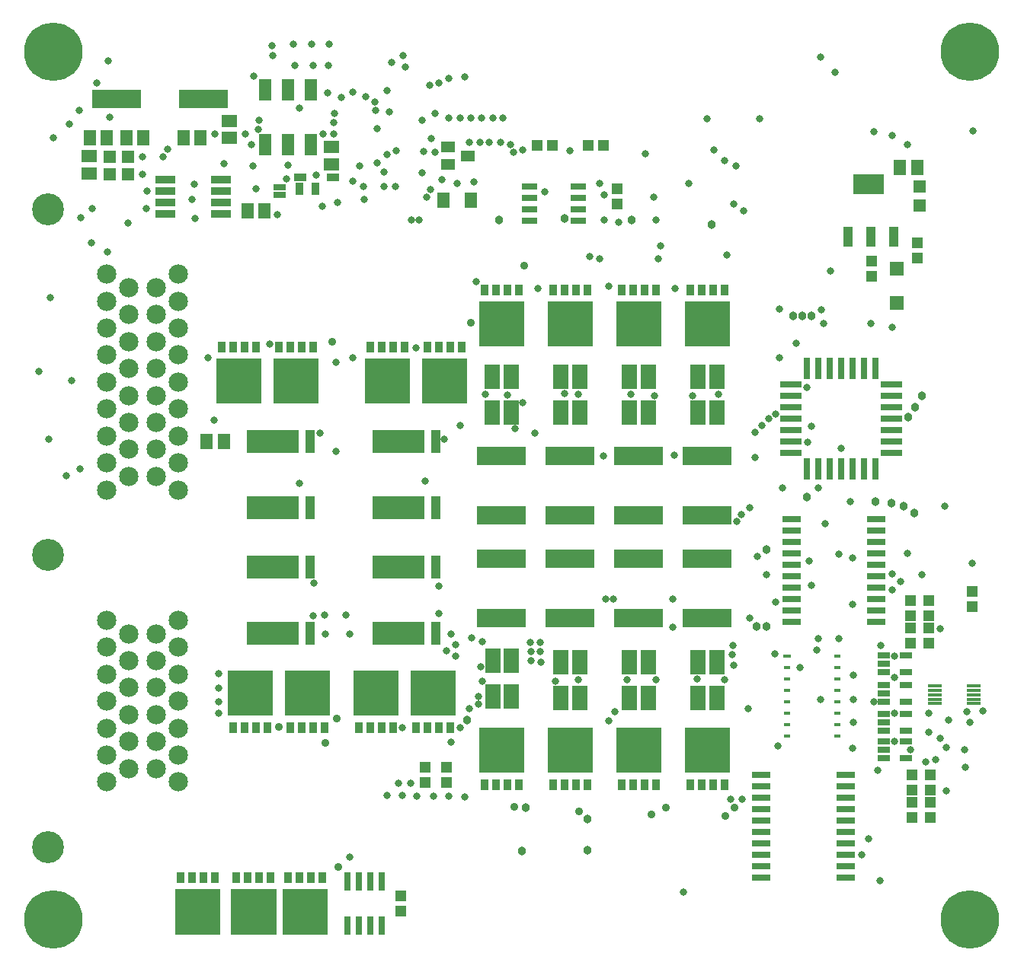
<source format=gts>
G75*
%MOIN*%
%OFA0B0*%
%FSLAX25Y25*%
%IPPOS*%
%LPD*%
%AMOC8*
5,1,8,0,0,1.08239X$1,22.5*
%
%ADD10R,0.05718X0.06506*%
%ADD11R,0.03750X0.05324*%
%ADD12R,0.06506X0.05718*%
%ADD13R,0.05324X0.03356*%
%ADD14R,0.06112X0.06112*%
%ADD15R,0.21466X0.08474*%
%ADD16C,0.25600*%
%ADD17R,0.05600X0.09183*%
%ADD18R,0.08600X0.03200*%
%ADD19R,0.05324X0.06899*%
%ADD20R,0.05324X0.05324*%
%ADD21R,0.03356X0.05128*%
%ADD22R,0.03300X0.03300*%
%ADD23R,0.19199X0.19200*%
%ADD24R,0.21600X0.08200*%
%ADD25R,0.04931X0.04537*%
%ADD26R,0.22600X0.10200*%
%ADD27R,0.04100X0.10200*%
%ADD28R,0.05600X0.03100*%
%ADD29R,0.06702X0.10639*%
%ADD30R,0.03000X0.01800*%
%ADD31R,0.03750X0.01800*%
%ADD32R,0.02962X0.09261*%
%ADD33R,0.09261X0.02962*%
%ADD34R,0.06112X0.04537*%
%ADD35C,0.08474*%
%ADD36C,0.13986*%
%ADD37R,0.08400X0.02700*%
%ADD38R,0.05400X0.02600*%
%ADD39R,0.06200X0.01800*%
%ADD40R,0.02700X0.08400*%
%ADD41R,0.13395X0.09065*%
%ADD42R,0.04340X0.09065*%
%ADD43R,0.04537X0.04931*%
%ADD44R,0.06702X0.02962*%
%ADD45C,0.03301*%
%ADD46C,0.03300*%
%ADD47C,0.03500*%
%ADD48C,0.03800*%
D10*
X0117924Y0295823D03*
X0125404Y0295823D03*
X0135674Y0396823D03*
X0143154Y0396823D03*
X0115154Y0428823D03*
X0107674Y0428823D03*
X0090154Y0428823D03*
X0082674Y0428823D03*
X0074154Y0428823D03*
X0066674Y0428823D03*
X0421174Y0415823D03*
X0428654Y0415823D03*
D11*
X0165457Y0406323D03*
X0158371Y0406323D03*
D12*
X0172414Y0417083D03*
X0172414Y0424563D03*
X0127914Y0428583D03*
X0127914Y0436063D03*
X0066414Y0420563D03*
X0066414Y0413083D03*
D13*
X0158630Y0411323D03*
X0173197Y0411323D03*
D14*
X0419914Y0371303D03*
X0419914Y0356343D03*
D15*
X0336914Y0289315D03*
X0306914Y0289315D03*
X0276914Y0289315D03*
X0276914Y0263331D03*
X0276914Y0244315D03*
X0306914Y0244315D03*
X0306914Y0263331D03*
X0336914Y0263331D03*
X0336914Y0244315D03*
X0336914Y0218331D03*
X0306914Y0218331D03*
X0276914Y0218331D03*
X0246914Y0218331D03*
X0246914Y0244315D03*
X0246914Y0263331D03*
X0246914Y0289315D03*
D16*
X0050914Y0086323D03*
X0451914Y0086323D03*
X0451914Y0466323D03*
X0050914Y0466323D03*
D17*
X0143414Y0449831D03*
X0153414Y0449831D03*
X0163414Y0449831D03*
X0163414Y0425815D03*
X0153414Y0425815D03*
X0143414Y0425815D03*
D18*
X0124014Y0410323D03*
X0124014Y0405323D03*
X0124014Y0400323D03*
X0124014Y0395323D03*
X0099814Y0395323D03*
X0099814Y0400323D03*
X0099814Y0405323D03*
X0099814Y0410323D03*
D19*
X0221508Y0401323D03*
X0233319Y0401323D03*
D20*
X0083548Y0412823D03*
X0075280Y0412823D03*
X0075280Y0420323D03*
X0083548Y0420323D03*
X0429914Y0407457D03*
X0429914Y0399189D03*
D21*
X0344414Y0362150D03*
X0339414Y0362150D03*
X0334414Y0362150D03*
X0329414Y0362150D03*
X0314414Y0362150D03*
X0309414Y0362150D03*
X0304414Y0362150D03*
X0299414Y0362150D03*
X0284414Y0362150D03*
X0279414Y0362150D03*
X0274414Y0362150D03*
X0269414Y0362150D03*
X0254414Y0362150D03*
X0249414Y0362150D03*
X0244414Y0362150D03*
X0239414Y0362150D03*
X0229414Y0337150D03*
X0224414Y0337150D03*
X0219414Y0337150D03*
X0214414Y0337150D03*
X0204414Y0337150D03*
X0199414Y0337150D03*
X0194414Y0337150D03*
X0189414Y0337150D03*
X0164414Y0337150D03*
X0159414Y0337150D03*
X0154414Y0337150D03*
X0149414Y0337150D03*
X0139414Y0337150D03*
X0134414Y0337150D03*
X0129414Y0337150D03*
X0124414Y0337150D03*
X0129414Y0170496D03*
X0134414Y0170496D03*
X0139414Y0170496D03*
X0144414Y0170496D03*
X0154414Y0170496D03*
X0159414Y0170496D03*
X0164414Y0170496D03*
X0169414Y0170496D03*
X0184414Y0170496D03*
X0189414Y0170496D03*
X0194414Y0170496D03*
X0199414Y0170496D03*
X0209414Y0170496D03*
X0214414Y0170496D03*
X0219414Y0170496D03*
X0224414Y0170496D03*
X0239414Y0145496D03*
X0244414Y0145496D03*
X0249414Y0145496D03*
X0254414Y0145496D03*
X0269414Y0145496D03*
X0274414Y0145496D03*
X0279414Y0145496D03*
X0284414Y0145496D03*
X0299414Y0145496D03*
X0304414Y0145496D03*
X0309414Y0145496D03*
X0314414Y0145496D03*
X0329414Y0145496D03*
X0334414Y0145496D03*
X0339414Y0145496D03*
X0344414Y0145496D03*
X0168414Y0104650D03*
X0163414Y0104650D03*
X0158414Y0104650D03*
X0153414Y0104650D03*
X0145914Y0104650D03*
X0140914Y0104650D03*
X0135914Y0104650D03*
X0130914Y0104650D03*
X0121414Y0104650D03*
X0116414Y0104650D03*
X0111414Y0104650D03*
X0106414Y0104650D03*
D22*
X0105714Y0097923D03*
X0108448Y0097923D03*
X0111181Y0097923D03*
X0113914Y0097923D03*
X0116647Y0097923D03*
X0119380Y0097923D03*
X0122114Y0097923D03*
X0122114Y0095189D03*
X0122114Y0092457D03*
X0119380Y0092457D03*
X0119380Y0095189D03*
X0116647Y0095189D03*
X0116647Y0092457D03*
X0113914Y0092457D03*
X0113914Y0095189D03*
X0111181Y0095189D03*
X0111181Y0092457D03*
X0108448Y0092457D03*
X0108448Y0095189D03*
X0105714Y0095189D03*
X0105714Y0092457D03*
X0105714Y0089723D03*
X0105714Y0086990D03*
X0105714Y0084257D03*
X0108448Y0084257D03*
X0108448Y0086990D03*
X0108448Y0089723D03*
X0111181Y0089723D03*
X0113914Y0089723D03*
X0116647Y0089723D03*
X0119380Y0089723D03*
X0119380Y0086990D03*
X0116647Y0086990D03*
X0113914Y0086990D03*
X0111181Y0086990D03*
X0111181Y0084257D03*
X0113914Y0084257D03*
X0116647Y0084257D03*
X0119380Y0084257D03*
X0122114Y0084257D03*
X0122114Y0086990D03*
X0122114Y0089723D03*
X0130214Y0089723D03*
X0130214Y0086990D03*
X0130214Y0084257D03*
X0132948Y0084257D03*
X0132948Y0086990D03*
X0132948Y0089723D03*
X0135681Y0089723D03*
X0138414Y0089723D03*
X0141147Y0089723D03*
X0143880Y0089723D03*
X0143880Y0086990D03*
X0141147Y0086990D03*
X0138414Y0086990D03*
X0135681Y0086990D03*
X0135681Y0084257D03*
X0138414Y0084257D03*
X0141147Y0084257D03*
X0143880Y0084257D03*
X0146614Y0084257D03*
X0146614Y0086990D03*
X0146614Y0089723D03*
X0146614Y0092457D03*
X0146614Y0095189D03*
X0146614Y0097923D03*
X0143880Y0097923D03*
X0141147Y0097923D03*
X0138414Y0097923D03*
X0135681Y0097923D03*
X0132948Y0097923D03*
X0130214Y0097923D03*
X0130214Y0095189D03*
X0130214Y0092457D03*
X0132948Y0092457D03*
X0132948Y0095189D03*
X0135681Y0095189D03*
X0135681Y0092457D03*
X0138414Y0092457D03*
X0138414Y0095189D03*
X0141147Y0095189D03*
X0141147Y0092457D03*
X0143880Y0092457D03*
X0143880Y0095189D03*
X0152714Y0095189D03*
X0152714Y0092457D03*
X0155448Y0092457D03*
X0155448Y0095189D03*
X0158181Y0095189D03*
X0158181Y0092457D03*
X0160914Y0092457D03*
X0160914Y0095189D03*
X0163647Y0095189D03*
X0163647Y0092457D03*
X0166380Y0092457D03*
X0166380Y0095189D03*
X0166380Y0097923D03*
X0163647Y0097923D03*
X0160914Y0097923D03*
X0158181Y0097923D03*
X0155448Y0097923D03*
X0152714Y0097923D03*
X0152714Y0089723D03*
X0152714Y0086990D03*
X0152714Y0084257D03*
X0155448Y0084257D03*
X0155448Y0086990D03*
X0155448Y0089723D03*
X0158181Y0089723D03*
X0160914Y0089723D03*
X0163647Y0089723D03*
X0166380Y0089723D03*
X0166380Y0086990D03*
X0163647Y0086990D03*
X0160914Y0086990D03*
X0158181Y0086990D03*
X0158181Y0084257D03*
X0160914Y0084257D03*
X0163647Y0084257D03*
X0166380Y0084257D03*
X0169114Y0084257D03*
X0169114Y0086990D03*
X0169114Y0089723D03*
X0169114Y0092457D03*
X0169114Y0095189D03*
X0169114Y0097923D03*
X0169114Y0081523D03*
X0166380Y0081523D03*
X0163647Y0081523D03*
X0160914Y0081523D03*
X0158181Y0081523D03*
X0155448Y0081523D03*
X0152714Y0081523D03*
X0146614Y0081523D03*
X0143880Y0081523D03*
X0141147Y0081523D03*
X0138414Y0081523D03*
X0135681Y0081523D03*
X0132948Y0081523D03*
X0130214Y0081523D03*
X0122114Y0081523D03*
X0119380Y0081523D03*
X0116647Y0081523D03*
X0113914Y0081523D03*
X0111181Y0081523D03*
X0108448Y0081523D03*
X0105714Y0081523D03*
X0128714Y0177223D03*
X0128714Y0179957D03*
X0128714Y0182689D03*
X0128714Y0185423D03*
X0128714Y0188156D03*
X0128714Y0190889D03*
X0128714Y0193623D03*
X0131448Y0193623D03*
X0134181Y0193623D03*
X0136914Y0193623D03*
X0139647Y0193623D03*
X0142380Y0193623D03*
X0145114Y0193623D03*
X0145114Y0190889D03*
X0145114Y0188156D03*
X0145114Y0185423D03*
X0142380Y0185423D03*
X0142380Y0188156D03*
X0142380Y0190889D03*
X0139647Y0190889D03*
X0136914Y0190889D03*
X0134181Y0190889D03*
X0131448Y0190889D03*
X0131448Y0188156D03*
X0134181Y0188156D03*
X0136914Y0188156D03*
X0139647Y0188156D03*
X0139647Y0185423D03*
X0136914Y0185423D03*
X0134181Y0185423D03*
X0131448Y0185423D03*
X0131448Y0182689D03*
X0131448Y0179957D03*
X0134181Y0179957D03*
X0134181Y0182689D03*
X0136914Y0182689D03*
X0136914Y0179957D03*
X0139647Y0179957D03*
X0139647Y0182689D03*
X0142380Y0182689D03*
X0142380Y0179957D03*
X0145114Y0179957D03*
X0145114Y0182689D03*
X0145114Y0177223D03*
X0142380Y0177223D03*
X0139647Y0177223D03*
X0136914Y0177223D03*
X0134181Y0177223D03*
X0131448Y0177223D03*
X0153714Y0177223D03*
X0153714Y0179957D03*
X0153714Y0182689D03*
X0153714Y0185423D03*
X0153714Y0188156D03*
X0153714Y0190889D03*
X0153714Y0193623D03*
X0156448Y0193623D03*
X0159181Y0193623D03*
X0161914Y0193623D03*
X0164647Y0193623D03*
X0167380Y0193623D03*
X0170114Y0193623D03*
X0170114Y0190889D03*
X0170114Y0188156D03*
X0170114Y0185423D03*
X0167380Y0185423D03*
X0167380Y0188156D03*
X0167380Y0190889D03*
X0164647Y0190889D03*
X0161914Y0190889D03*
X0159181Y0190889D03*
X0156448Y0190889D03*
X0156448Y0188156D03*
X0159181Y0188156D03*
X0161914Y0188156D03*
X0164647Y0188156D03*
X0164647Y0185423D03*
X0161914Y0185423D03*
X0159181Y0185423D03*
X0156448Y0185423D03*
X0156448Y0182689D03*
X0156448Y0179957D03*
X0159181Y0179957D03*
X0159181Y0182689D03*
X0161914Y0182689D03*
X0161914Y0179957D03*
X0164647Y0179957D03*
X0164647Y0182689D03*
X0167380Y0182689D03*
X0167380Y0179957D03*
X0170114Y0179957D03*
X0170114Y0182689D03*
X0170114Y0177223D03*
X0167380Y0177223D03*
X0164647Y0177223D03*
X0161914Y0177223D03*
X0159181Y0177223D03*
X0156448Y0177223D03*
X0183714Y0177223D03*
X0183714Y0179957D03*
X0183714Y0182689D03*
X0183714Y0185423D03*
X0183714Y0188156D03*
X0183714Y0190889D03*
X0183714Y0193623D03*
X0186448Y0193623D03*
X0189181Y0193623D03*
X0191914Y0193623D03*
X0194647Y0193623D03*
X0197380Y0193623D03*
X0200114Y0193623D03*
X0200114Y0190889D03*
X0200114Y0188156D03*
X0200114Y0185423D03*
X0197380Y0185423D03*
X0197380Y0188156D03*
X0197380Y0190889D03*
X0194647Y0190889D03*
X0191914Y0190889D03*
X0189181Y0190889D03*
X0186448Y0190889D03*
X0186448Y0188156D03*
X0189181Y0188156D03*
X0191914Y0188156D03*
X0194647Y0188156D03*
X0194647Y0185423D03*
X0191914Y0185423D03*
X0189181Y0185423D03*
X0186448Y0185423D03*
X0186448Y0182689D03*
X0186448Y0179957D03*
X0189181Y0179957D03*
X0189181Y0182689D03*
X0191914Y0182689D03*
X0191914Y0179957D03*
X0194647Y0179957D03*
X0194647Y0182689D03*
X0197380Y0182689D03*
X0197380Y0179957D03*
X0200114Y0179957D03*
X0200114Y0182689D03*
X0200114Y0177223D03*
X0197380Y0177223D03*
X0194647Y0177223D03*
X0191914Y0177223D03*
X0189181Y0177223D03*
X0186448Y0177223D03*
X0208714Y0177223D03*
X0208714Y0179957D03*
X0208714Y0182689D03*
X0208714Y0185423D03*
X0208714Y0188156D03*
X0208714Y0190889D03*
X0208714Y0193623D03*
X0211448Y0193623D03*
X0214181Y0193623D03*
X0216914Y0193623D03*
X0219647Y0193623D03*
X0222380Y0193623D03*
X0225114Y0193623D03*
X0225114Y0190889D03*
X0225114Y0188156D03*
X0225114Y0185423D03*
X0222380Y0185423D03*
X0222380Y0188156D03*
X0222380Y0190889D03*
X0219647Y0190889D03*
X0216914Y0190889D03*
X0214181Y0190889D03*
X0211448Y0190889D03*
X0211448Y0188156D03*
X0214181Y0188156D03*
X0216914Y0188156D03*
X0219647Y0188156D03*
X0219647Y0185423D03*
X0216914Y0185423D03*
X0214181Y0185423D03*
X0211448Y0185423D03*
X0211448Y0182689D03*
X0211448Y0179957D03*
X0214181Y0179957D03*
X0214181Y0182689D03*
X0216914Y0182689D03*
X0216914Y0179957D03*
X0219647Y0179957D03*
X0219647Y0182689D03*
X0222380Y0182689D03*
X0222380Y0179957D03*
X0225114Y0179957D03*
X0225114Y0182689D03*
X0225114Y0177223D03*
X0222380Y0177223D03*
X0219647Y0177223D03*
X0216914Y0177223D03*
X0214181Y0177223D03*
X0211448Y0177223D03*
X0238714Y0168623D03*
X0241448Y0168623D03*
X0244181Y0168623D03*
X0246914Y0168623D03*
X0249647Y0168623D03*
X0252380Y0168623D03*
X0255114Y0168623D03*
X0255114Y0165889D03*
X0255114Y0163156D03*
X0255114Y0160423D03*
X0252380Y0160423D03*
X0252380Y0163156D03*
X0252380Y0165889D03*
X0249647Y0165889D03*
X0246914Y0165889D03*
X0244181Y0165889D03*
X0241448Y0165889D03*
X0241448Y0163156D03*
X0244181Y0163156D03*
X0246914Y0163156D03*
X0249647Y0163156D03*
X0249647Y0160423D03*
X0246914Y0160423D03*
X0244181Y0160423D03*
X0241448Y0160423D03*
X0238714Y0160423D03*
X0238714Y0163156D03*
X0238714Y0165889D03*
X0238714Y0157689D03*
X0238714Y0154957D03*
X0241448Y0154957D03*
X0241448Y0157689D03*
X0244181Y0157689D03*
X0244181Y0154957D03*
X0246914Y0154957D03*
X0246914Y0157689D03*
X0249647Y0157689D03*
X0249647Y0154957D03*
X0252380Y0154957D03*
X0252380Y0157689D03*
X0255114Y0157689D03*
X0255114Y0154957D03*
X0255114Y0152223D03*
X0252380Y0152223D03*
X0249647Y0152223D03*
X0246914Y0152223D03*
X0244181Y0152223D03*
X0241448Y0152223D03*
X0238714Y0152223D03*
X0268714Y0152223D03*
X0268714Y0154957D03*
X0268714Y0157689D03*
X0268714Y0160423D03*
X0268714Y0163156D03*
X0268714Y0165889D03*
X0268714Y0168623D03*
X0271448Y0168623D03*
X0274181Y0168623D03*
X0276914Y0168623D03*
X0279647Y0168623D03*
X0282380Y0168623D03*
X0285114Y0168623D03*
X0285114Y0165889D03*
X0285114Y0163156D03*
X0285114Y0160423D03*
X0282380Y0160423D03*
X0282380Y0163156D03*
X0282380Y0165889D03*
X0279647Y0165889D03*
X0276914Y0165889D03*
X0274181Y0165889D03*
X0271448Y0165889D03*
X0271448Y0163156D03*
X0274181Y0163156D03*
X0276914Y0163156D03*
X0279647Y0163156D03*
X0279647Y0160423D03*
X0276914Y0160423D03*
X0274181Y0160423D03*
X0271448Y0160423D03*
X0271448Y0157689D03*
X0271448Y0154957D03*
X0274181Y0154957D03*
X0274181Y0157689D03*
X0276914Y0157689D03*
X0276914Y0154957D03*
X0279647Y0154957D03*
X0279647Y0157689D03*
X0282380Y0157689D03*
X0282380Y0154957D03*
X0285114Y0154957D03*
X0285114Y0157689D03*
X0285114Y0152223D03*
X0282380Y0152223D03*
X0279647Y0152223D03*
X0276914Y0152223D03*
X0274181Y0152223D03*
X0271448Y0152223D03*
X0298714Y0152223D03*
X0298714Y0154957D03*
X0298714Y0157689D03*
X0298714Y0160423D03*
X0298714Y0163156D03*
X0298714Y0165889D03*
X0298714Y0168623D03*
X0301448Y0168623D03*
X0304181Y0168623D03*
X0306914Y0168623D03*
X0309647Y0168623D03*
X0312380Y0168623D03*
X0315114Y0168623D03*
X0315114Y0165889D03*
X0315114Y0163156D03*
X0315114Y0160423D03*
X0312380Y0160423D03*
X0312380Y0163156D03*
X0312380Y0165889D03*
X0309647Y0165889D03*
X0306914Y0165889D03*
X0304181Y0165889D03*
X0301448Y0165889D03*
X0301448Y0163156D03*
X0304181Y0163156D03*
X0306914Y0163156D03*
X0309647Y0163156D03*
X0309647Y0160423D03*
X0306914Y0160423D03*
X0304181Y0160423D03*
X0301448Y0160423D03*
X0301448Y0157689D03*
X0301448Y0154957D03*
X0304181Y0154957D03*
X0304181Y0157689D03*
X0306914Y0157689D03*
X0306914Y0154957D03*
X0309647Y0154957D03*
X0309647Y0157689D03*
X0312380Y0157689D03*
X0312380Y0154957D03*
X0315114Y0154957D03*
X0315114Y0157689D03*
X0315114Y0152223D03*
X0312380Y0152223D03*
X0309647Y0152223D03*
X0306914Y0152223D03*
X0304181Y0152223D03*
X0301448Y0152223D03*
X0328714Y0152223D03*
X0328714Y0154957D03*
X0328714Y0157689D03*
X0328714Y0160423D03*
X0328714Y0163156D03*
X0328714Y0165889D03*
X0328714Y0168623D03*
X0331448Y0168623D03*
X0334181Y0168623D03*
X0336914Y0168623D03*
X0339647Y0168623D03*
X0342380Y0168623D03*
X0345114Y0168623D03*
X0345114Y0165889D03*
X0345114Y0163156D03*
X0345114Y0160423D03*
X0342380Y0160423D03*
X0342380Y0163156D03*
X0342380Y0165889D03*
X0339647Y0165889D03*
X0336914Y0165889D03*
X0334181Y0165889D03*
X0331448Y0165889D03*
X0331448Y0163156D03*
X0334181Y0163156D03*
X0336914Y0163156D03*
X0339647Y0163156D03*
X0339647Y0160423D03*
X0336914Y0160423D03*
X0334181Y0160423D03*
X0331448Y0160423D03*
X0331448Y0157689D03*
X0331448Y0154957D03*
X0334181Y0154957D03*
X0334181Y0157689D03*
X0336914Y0157689D03*
X0336914Y0154957D03*
X0339647Y0154957D03*
X0339647Y0157689D03*
X0342380Y0157689D03*
X0342380Y0154957D03*
X0345114Y0154957D03*
X0345114Y0157689D03*
X0345114Y0152223D03*
X0342380Y0152223D03*
X0339647Y0152223D03*
X0336914Y0152223D03*
X0334181Y0152223D03*
X0331448Y0152223D03*
X0230114Y0314023D03*
X0230114Y0316757D03*
X0230114Y0319490D03*
X0230114Y0322223D03*
X0230114Y0324957D03*
X0230114Y0327689D03*
X0230114Y0330423D03*
X0227380Y0330423D03*
X0224647Y0330423D03*
X0221914Y0330423D03*
X0219181Y0330423D03*
X0216448Y0330423D03*
X0213714Y0330423D03*
X0213714Y0327689D03*
X0213714Y0324957D03*
X0216448Y0324957D03*
X0216448Y0327689D03*
X0219181Y0327689D03*
X0219181Y0324957D03*
X0221914Y0324957D03*
X0221914Y0327689D03*
X0224647Y0327689D03*
X0224647Y0324957D03*
X0227380Y0324957D03*
X0227380Y0327689D03*
X0227380Y0322223D03*
X0224647Y0322223D03*
X0221914Y0322223D03*
X0219181Y0322223D03*
X0216448Y0322223D03*
X0216448Y0319490D03*
X0219181Y0319490D03*
X0221914Y0319490D03*
X0224647Y0319490D03*
X0227380Y0319490D03*
X0227380Y0316757D03*
X0224647Y0316757D03*
X0221914Y0316757D03*
X0219181Y0316757D03*
X0216448Y0316757D03*
X0213714Y0316757D03*
X0213714Y0319490D03*
X0213714Y0322223D03*
X0205114Y0322223D03*
X0205114Y0319490D03*
X0205114Y0316757D03*
X0202380Y0316757D03*
X0202380Y0319490D03*
X0202380Y0322223D03*
X0199647Y0322223D03*
X0196914Y0322223D03*
X0194181Y0322223D03*
X0191448Y0322223D03*
X0191448Y0319490D03*
X0194181Y0319490D03*
X0196914Y0319490D03*
X0199647Y0319490D03*
X0199647Y0316757D03*
X0196914Y0316757D03*
X0194181Y0316757D03*
X0191448Y0316757D03*
X0188714Y0316757D03*
X0188714Y0319490D03*
X0188714Y0322223D03*
X0188714Y0324957D03*
X0188714Y0327689D03*
X0188714Y0330423D03*
X0191448Y0330423D03*
X0194181Y0330423D03*
X0196914Y0330423D03*
X0199647Y0330423D03*
X0202380Y0330423D03*
X0205114Y0330423D03*
X0205114Y0327689D03*
X0205114Y0324957D03*
X0202380Y0324957D03*
X0202380Y0327689D03*
X0199647Y0327689D03*
X0199647Y0324957D03*
X0196914Y0324957D03*
X0196914Y0327689D03*
X0194181Y0327689D03*
X0194181Y0324957D03*
X0191448Y0324957D03*
X0191448Y0327689D03*
X0191448Y0314023D03*
X0194181Y0314023D03*
X0196914Y0314023D03*
X0199647Y0314023D03*
X0202380Y0314023D03*
X0205114Y0314023D03*
X0213714Y0314023D03*
X0216448Y0314023D03*
X0219181Y0314023D03*
X0221914Y0314023D03*
X0224647Y0314023D03*
X0227380Y0314023D03*
X0238714Y0339023D03*
X0238714Y0341757D03*
X0238714Y0344490D03*
X0238714Y0347223D03*
X0238714Y0349957D03*
X0238714Y0352689D03*
X0238714Y0355423D03*
X0241448Y0355423D03*
X0244181Y0355423D03*
X0246914Y0355423D03*
X0249647Y0355423D03*
X0252380Y0355423D03*
X0255114Y0355423D03*
X0255114Y0352689D03*
X0255114Y0349957D03*
X0252380Y0349957D03*
X0252380Y0352689D03*
X0249647Y0352689D03*
X0249647Y0349957D03*
X0246914Y0349957D03*
X0246914Y0352689D03*
X0244181Y0352689D03*
X0244181Y0349957D03*
X0241448Y0349957D03*
X0241448Y0352689D03*
X0241448Y0347223D03*
X0244181Y0347223D03*
X0246914Y0347223D03*
X0249647Y0347223D03*
X0252380Y0347223D03*
X0252380Y0344490D03*
X0249647Y0344490D03*
X0246914Y0344490D03*
X0244181Y0344490D03*
X0241448Y0344490D03*
X0241448Y0341757D03*
X0244181Y0341757D03*
X0246914Y0341757D03*
X0249647Y0341757D03*
X0252380Y0341757D03*
X0255114Y0341757D03*
X0255114Y0344490D03*
X0255114Y0347223D03*
X0255114Y0339023D03*
X0252380Y0339023D03*
X0249647Y0339023D03*
X0246914Y0339023D03*
X0244181Y0339023D03*
X0241448Y0339023D03*
X0268714Y0339023D03*
X0268714Y0341757D03*
X0268714Y0344490D03*
X0268714Y0347223D03*
X0268714Y0349957D03*
X0268714Y0352689D03*
X0268714Y0355423D03*
X0271448Y0355423D03*
X0274181Y0355423D03*
X0276914Y0355423D03*
X0279647Y0355423D03*
X0282380Y0355423D03*
X0285114Y0355423D03*
X0285114Y0352689D03*
X0285114Y0349957D03*
X0282380Y0349957D03*
X0282380Y0352689D03*
X0279647Y0352689D03*
X0279647Y0349957D03*
X0276914Y0349957D03*
X0276914Y0352689D03*
X0274181Y0352689D03*
X0274181Y0349957D03*
X0271448Y0349957D03*
X0271448Y0352689D03*
X0271448Y0347223D03*
X0274181Y0347223D03*
X0276914Y0347223D03*
X0279647Y0347223D03*
X0282380Y0347223D03*
X0282380Y0344490D03*
X0279647Y0344490D03*
X0276914Y0344490D03*
X0274181Y0344490D03*
X0271448Y0344490D03*
X0271448Y0341757D03*
X0274181Y0341757D03*
X0276914Y0341757D03*
X0279647Y0341757D03*
X0282380Y0341757D03*
X0285114Y0341757D03*
X0285114Y0344490D03*
X0285114Y0347223D03*
X0285114Y0339023D03*
X0282380Y0339023D03*
X0279647Y0339023D03*
X0276914Y0339023D03*
X0274181Y0339023D03*
X0271448Y0339023D03*
X0298714Y0339023D03*
X0298714Y0341757D03*
X0298714Y0344490D03*
X0298714Y0347223D03*
X0298714Y0349957D03*
X0298714Y0352689D03*
X0298714Y0355423D03*
X0301448Y0355423D03*
X0304181Y0355423D03*
X0306914Y0355423D03*
X0309647Y0355423D03*
X0312380Y0355423D03*
X0315114Y0355423D03*
X0315114Y0352689D03*
X0315114Y0349957D03*
X0312380Y0349957D03*
X0312380Y0352689D03*
X0309647Y0352689D03*
X0309647Y0349957D03*
X0306914Y0349957D03*
X0306914Y0352689D03*
X0304181Y0352689D03*
X0304181Y0349957D03*
X0301448Y0349957D03*
X0301448Y0352689D03*
X0301448Y0347223D03*
X0304181Y0347223D03*
X0306914Y0347223D03*
X0309647Y0347223D03*
X0312380Y0347223D03*
X0312380Y0344490D03*
X0309647Y0344490D03*
X0306914Y0344490D03*
X0304181Y0344490D03*
X0301448Y0344490D03*
X0301448Y0341757D03*
X0304181Y0341757D03*
X0306914Y0341757D03*
X0309647Y0341757D03*
X0312380Y0341757D03*
X0315114Y0341757D03*
X0315114Y0344490D03*
X0315114Y0347223D03*
X0315114Y0339023D03*
X0312380Y0339023D03*
X0309647Y0339023D03*
X0306914Y0339023D03*
X0304181Y0339023D03*
X0301448Y0339023D03*
X0328714Y0339023D03*
X0328714Y0341757D03*
X0328714Y0344490D03*
X0328714Y0347223D03*
X0328714Y0349957D03*
X0328714Y0352689D03*
X0328714Y0355423D03*
X0331448Y0355423D03*
X0334181Y0355423D03*
X0336914Y0355423D03*
X0339647Y0355423D03*
X0342380Y0355423D03*
X0345114Y0355423D03*
X0345114Y0352689D03*
X0345114Y0349957D03*
X0342380Y0349957D03*
X0342380Y0352689D03*
X0339647Y0352689D03*
X0339647Y0349957D03*
X0336914Y0349957D03*
X0336914Y0352689D03*
X0334181Y0352689D03*
X0334181Y0349957D03*
X0331448Y0349957D03*
X0331448Y0352689D03*
X0331448Y0347223D03*
X0334181Y0347223D03*
X0336914Y0347223D03*
X0339647Y0347223D03*
X0342380Y0347223D03*
X0342380Y0344490D03*
X0339647Y0344490D03*
X0336914Y0344490D03*
X0334181Y0344490D03*
X0331448Y0344490D03*
X0331448Y0341757D03*
X0334181Y0341757D03*
X0336914Y0341757D03*
X0339647Y0341757D03*
X0342380Y0341757D03*
X0345114Y0341757D03*
X0345114Y0344490D03*
X0345114Y0347223D03*
X0345114Y0339023D03*
X0342380Y0339023D03*
X0339647Y0339023D03*
X0336914Y0339023D03*
X0334181Y0339023D03*
X0331448Y0339023D03*
X0188714Y0314023D03*
X0165114Y0314023D03*
X0165114Y0316757D03*
X0165114Y0319490D03*
X0165114Y0322223D03*
X0165114Y0324957D03*
X0165114Y0327689D03*
X0165114Y0330423D03*
X0162380Y0330423D03*
X0159647Y0330423D03*
X0156914Y0330423D03*
X0154181Y0330423D03*
X0151448Y0330423D03*
X0148714Y0330423D03*
X0148714Y0327689D03*
X0148714Y0324957D03*
X0151448Y0324957D03*
X0151448Y0327689D03*
X0154181Y0327689D03*
X0154181Y0324957D03*
X0156914Y0324957D03*
X0156914Y0327689D03*
X0159647Y0327689D03*
X0159647Y0324957D03*
X0162380Y0324957D03*
X0162380Y0327689D03*
X0162380Y0322223D03*
X0159647Y0322223D03*
X0156914Y0322223D03*
X0154181Y0322223D03*
X0151448Y0322223D03*
X0151448Y0319490D03*
X0154181Y0319490D03*
X0156914Y0319490D03*
X0159647Y0319490D03*
X0162380Y0319490D03*
X0162380Y0316757D03*
X0159647Y0316757D03*
X0156914Y0316757D03*
X0154181Y0316757D03*
X0151448Y0316757D03*
X0148714Y0316757D03*
X0148714Y0319490D03*
X0148714Y0322223D03*
X0148714Y0314023D03*
X0151448Y0314023D03*
X0154181Y0314023D03*
X0156914Y0314023D03*
X0159647Y0314023D03*
X0162380Y0314023D03*
X0140114Y0314023D03*
X0140114Y0316757D03*
X0140114Y0319490D03*
X0140114Y0322223D03*
X0140114Y0324957D03*
X0140114Y0327689D03*
X0140114Y0330423D03*
X0137380Y0330423D03*
X0134647Y0330423D03*
X0131914Y0330423D03*
X0129181Y0330423D03*
X0126448Y0330423D03*
X0123714Y0330423D03*
X0123714Y0327689D03*
X0123714Y0324957D03*
X0126448Y0324957D03*
X0126448Y0327689D03*
X0129181Y0327689D03*
X0129181Y0324957D03*
X0131914Y0324957D03*
X0131914Y0327689D03*
X0134647Y0327689D03*
X0134647Y0324957D03*
X0137380Y0324957D03*
X0137380Y0327689D03*
X0137380Y0322223D03*
X0134647Y0322223D03*
X0131914Y0322223D03*
X0129181Y0322223D03*
X0126448Y0322223D03*
X0126448Y0319490D03*
X0129181Y0319490D03*
X0131914Y0319490D03*
X0134647Y0319490D03*
X0137380Y0319490D03*
X0137380Y0316757D03*
X0134647Y0316757D03*
X0131914Y0316757D03*
X0129181Y0316757D03*
X0126448Y0316757D03*
X0123714Y0316757D03*
X0123714Y0319490D03*
X0123714Y0322223D03*
X0123714Y0314023D03*
X0126448Y0314023D03*
X0129181Y0314023D03*
X0131914Y0314023D03*
X0134647Y0314023D03*
X0137380Y0314023D03*
D23*
X0131912Y0322221D03*
X0156912Y0322221D03*
X0196912Y0322221D03*
X0221912Y0322221D03*
X0246912Y0347221D03*
X0276912Y0347221D03*
X0306912Y0347221D03*
X0336912Y0347221D03*
X0216916Y0185424D03*
X0191916Y0185424D03*
X0161916Y0185424D03*
X0136916Y0185424D03*
X0246916Y0160424D03*
X0276916Y0160424D03*
X0306916Y0160424D03*
X0336916Y0160424D03*
X0160912Y0089721D03*
X0138412Y0089721D03*
X0113912Y0089721D03*
D24*
X0116414Y0445823D03*
X0078414Y0445823D03*
D25*
X0213414Y0153169D03*
X0213414Y0146476D03*
X0222914Y0146476D03*
X0222914Y0153169D03*
X0202914Y0096669D03*
X0202914Y0089976D03*
X0426414Y0130976D03*
X0426414Y0137669D03*
X0426414Y0142976D03*
X0426414Y0149669D03*
X0434414Y0149669D03*
X0434414Y0142976D03*
X0434414Y0137669D03*
X0434414Y0130976D03*
X0433914Y0207476D03*
X0433914Y0214169D03*
X0433914Y0219476D03*
X0433914Y0226169D03*
X0425914Y0226169D03*
X0425914Y0219476D03*
X0425914Y0214169D03*
X0425914Y0207476D03*
X0452914Y0223476D03*
X0452914Y0230169D03*
D26*
X0201914Y0240823D03*
X0201914Y0266823D03*
X0201914Y0295823D03*
X0146914Y0295823D03*
X0146914Y0266823D03*
X0146914Y0240823D03*
X0146914Y0211823D03*
X0201914Y0211823D03*
D27*
X0218164Y0211823D03*
X0218164Y0240823D03*
X0218164Y0266823D03*
X0218164Y0295823D03*
X0163164Y0295823D03*
X0163164Y0266823D03*
X0163164Y0240823D03*
X0163164Y0211823D03*
D28*
X0149914Y0403551D03*
X0149914Y0407095D03*
D29*
X0242878Y0324098D03*
X0250949Y0324098D03*
X0250949Y0308547D03*
X0242878Y0308547D03*
X0272878Y0308547D03*
X0280949Y0308547D03*
X0280949Y0324098D03*
X0272878Y0324098D03*
X0302878Y0324098D03*
X0310949Y0324098D03*
X0310949Y0308547D03*
X0302878Y0308547D03*
X0332878Y0308547D03*
X0340949Y0308547D03*
X0340949Y0324098D03*
X0332878Y0324098D03*
X0332878Y0199098D03*
X0340949Y0199098D03*
X0340949Y0183547D03*
X0332878Y0183547D03*
X0310949Y0183547D03*
X0302878Y0183547D03*
X0302878Y0199098D03*
X0310949Y0199098D03*
X0280949Y0199098D03*
X0272878Y0199098D03*
X0272878Y0183547D03*
X0280949Y0183547D03*
X0251199Y0184047D03*
X0243128Y0184047D03*
X0243128Y0199598D03*
X0251199Y0199598D03*
D30*
X0371890Y0196823D03*
X0371890Y0191823D03*
X0371890Y0186823D03*
X0371890Y0181823D03*
X0371890Y0176823D03*
X0371890Y0171823D03*
X0371890Y0166823D03*
X0393937Y0166823D03*
X0393937Y0171823D03*
X0393937Y0176823D03*
X0393937Y0181823D03*
X0393937Y0186823D03*
X0393937Y0191823D03*
X0393937Y0196823D03*
X0393937Y0201823D03*
D31*
X0371890Y0201823D03*
D32*
X0380414Y0283776D03*
X0385414Y0283776D03*
X0390414Y0283776D03*
X0395414Y0283776D03*
X0400414Y0283776D03*
X0405414Y0283776D03*
X0410414Y0283776D03*
X0410414Y0327870D03*
X0405414Y0327870D03*
X0400414Y0327870D03*
X0395414Y0327870D03*
X0390414Y0327870D03*
X0385414Y0327870D03*
X0380414Y0327870D03*
D33*
X0373367Y0320823D03*
X0373367Y0315823D03*
X0373367Y0310823D03*
X0373367Y0305823D03*
X0373367Y0300823D03*
X0373367Y0295823D03*
X0373367Y0290823D03*
X0417461Y0290823D03*
X0417461Y0295823D03*
X0417461Y0300823D03*
X0417461Y0305823D03*
X0417461Y0310823D03*
X0417461Y0315823D03*
X0417461Y0320823D03*
D34*
X0232245Y0420823D03*
X0223583Y0424563D03*
X0223583Y0417083D03*
D35*
X0105536Y0369000D03*
X0095693Y0363095D03*
X0105536Y0357189D03*
X0095693Y0351283D03*
X0105536Y0345378D03*
X0095693Y0339472D03*
X0105536Y0333567D03*
X0095693Y0327661D03*
X0105536Y0321756D03*
X0095693Y0315850D03*
X0105536Y0309945D03*
X0095693Y0304039D03*
X0105536Y0298134D03*
X0095693Y0292228D03*
X0105536Y0286323D03*
X0095693Y0280417D03*
X0105536Y0274512D03*
X0083882Y0280417D03*
X0074040Y0274512D03*
X0074040Y0286323D03*
X0083882Y0292228D03*
X0074040Y0298134D03*
X0083882Y0304039D03*
X0074040Y0309945D03*
X0083882Y0315850D03*
X0074040Y0321756D03*
X0083882Y0327661D03*
X0074040Y0333567D03*
X0083882Y0339472D03*
X0074040Y0345378D03*
X0083882Y0351283D03*
X0074040Y0357189D03*
X0083882Y0363095D03*
X0074040Y0369000D03*
X0074040Y0217425D03*
X0083882Y0211520D03*
X0074040Y0205614D03*
X0083882Y0199709D03*
X0074040Y0193803D03*
X0083882Y0187898D03*
X0074040Y0181992D03*
X0083882Y0176087D03*
X0074040Y0170181D03*
X0083882Y0164276D03*
X0074040Y0158370D03*
X0083882Y0152465D03*
X0074040Y0146559D03*
X0095693Y0152465D03*
X0105536Y0158370D03*
X0095693Y0164276D03*
X0105536Y0170181D03*
X0095693Y0176087D03*
X0105536Y0181992D03*
X0095693Y0187898D03*
X0105536Y0193803D03*
X0095693Y0199709D03*
X0105536Y0205614D03*
X0095693Y0211520D03*
X0105536Y0217425D03*
X0105536Y0146559D03*
D36*
X0048449Y0118016D03*
X0048449Y0245969D03*
X0048449Y0397543D03*
D37*
X0360414Y0149823D03*
X0360414Y0144823D03*
X0360414Y0139823D03*
X0360414Y0134823D03*
X0360414Y0129823D03*
X0360414Y0124823D03*
X0360414Y0119823D03*
X0360414Y0114823D03*
X0360414Y0109823D03*
X0360414Y0104823D03*
X0397414Y0104823D03*
X0397414Y0109823D03*
X0397414Y0114823D03*
X0397414Y0119823D03*
X0397414Y0124823D03*
X0397414Y0129823D03*
X0397414Y0134823D03*
X0397414Y0139823D03*
X0397414Y0144823D03*
X0397414Y0149823D03*
X0410914Y0216823D03*
X0410914Y0221823D03*
X0410914Y0226823D03*
X0410914Y0231823D03*
X0410914Y0236823D03*
X0410914Y0241823D03*
X0410914Y0246823D03*
X0410914Y0251823D03*
X0410914Y0256823D03*
X0410914Y0261823D03*
X0373914Y0261823D03*
X0373914Y0256823D03*
X0373914Y0251823D03*
X0373914Y0246823D03*
X0373914Y0241823D03*
X0373914Y0236823D03*
X0373914Y0231823D03*
X0373914Y0226823D03*
X0373914Y0221823D03*
X0373914Y0216823D03*
D38*
X0414114Y0202023D03*
X0414114Y0198323D03*
X0414114Y0194623D03*
X0414114Y0189023D03*
X0414114Y0185323D03*
X0414114Y0181623D03*
X0414114Y0176523D03*
X0414114Y0172823D03*
X0414114Y0169123D03*
X0414114Y0164523D03*
X0414114Y0160823D03*
X0414114Y0157123D03*
X0423714Y0157123D03*
X0423714Y0164523D03*
X0423714Y0169123D03*
X0423714Y0176523D03*
X0423714Y0181623D03*
X0423714Y0189023D03*
X0423714Y0194623D03*
X0423714Y0202023D03*
D39*
X0436314Y0188723D03*
X0436314Y0186823D03*
X0436314Y0184823D03*
X0436314Y0182823D03*
X0436314Y0180923D03*
X0453514Y0180923D03*
X0453514Y0182823D03*
X0453514Y0184823D03*
X0453514Y0186823D03*
X0453514Y0188723D03*
D40*
X0194414Y0103023D03*
X0189414Y0103023D03*
X0184414Y0103023D03*
X0179414Y0103023D03*
X0179414Y0083623D03*
X0184414Y0083623D03*
X0189414Y0083623D03*
X0194414Y0083623D03*
D41*
X0407414Y0408240D03*
D42*
X0408359Y0385406D03*
X0418359Y0385406D03*
X0398359Y0385406D03*
D43*
X0408914Y0374669D03*
X0408914Y0367976D03*
X0428914Y0375976D03*
X0428914Y0382669D03*
X0297414Y0399726D03*
X0297414Y0406419D03*
X0291510Y0425323D03*
X0284817Y0425323D03*
X0269010Y0425323D03*
X0262317Y0425323D03*
D44*
X0259034Y0407323D03*
X0259034Y0402323D03*
X0259034Y0397323D03*
X0259034Y0392323D03*
X0280294Y0392323D03*
X0280294Y0397323D03*
X0280294Y0402323D03*
X0280294Y0407323D03*
D45*
X0247414Y0437323D03*
X0243164Y0437323D03*
X0238164Y0437323D03*
X0233414Y0437323D03*
X0228664Y0437323D03*
X0223664Y0437323D03*
X0217664Y0439323D03*
X0212164Y0436323D03*
X0197664Y0440073D03*
X0200664Y0423073D03*
X0212164Y0413323D03*
X0214164Y0402573D03*
X0232664Y0426573D03*
X0237414Y0426573D03*
X0203914Y0464823D03*
X0171414Y0469823D03*
X0163914Y0469823D03*
X0155914Y0469573D03*
X0156414Y0460323D03*
X0164414Y0460323D03*
X0171164Y0460323D03*
X0146414Y0469073D03*
X0175164Y0400323D03*
X0148914Y0395073D03*
X0111414Y0401823D03*
X0049414Y0358823D03*
X0121164Y0305073D03*
X0169414Y0219823D03*
X0178914Y0219823D03*
X0222914Y0204073D03*
X0226664Y0206573D03*
X0226914Y0201823D03*
X0237664Y0197073D03*
X0238414Y0208073D03*
X0259414Y0207823D03*
X0259664Y0203573D03*
X0259664Y0199573D03*
X0264164Y0199073D03*
X0263914Y0203573D03*
X0263914Y0207823D03*
X0236664Y0184073D03*
X0236914Y0180573D03*
X0232914Y0178823D03*
X0224914Y0164073D03*
X0207164Y0146073D03*
X0201664Y0146073D03*
X0203414Y0140573D03*
X0209914Y0140323D03*
X0217164Y0140323D03*
X0223664Y0140323D03*
X0230664Y0140073D03*
X0196664Y0140823D03*
X0123164Y0176823D03*
X0123164Y0181573D03*
X0123164Y0187823D03*
X0123164Y0194073D03*
X0252664Y0301323D03*
X0261414Y0299323D03*
X0348164Y0206323D03*
X0347914Y0202323D03*
X0348414Y0197823D03*
X0400664Y0193323D03*
X0400664Y0182573D03*
X0409664Y0181573D03*
X0400664Y0172573D03*
X0400414Y0161323D03*
X0425664Y0160823D03*
X0436914Y0156323D03*
X0441414Y0161573D03*
X0438664Y0165823D03*
X0442414Y0173823D03*
X0450414Y0177323D03*
X0451914Y0172573D03*
X0457414Y0177573D03*
X0449414Y0160573D03*
X0449664Y0153073D03*
X0412664Y0206323D03*
X0399414Y0269323D03*
X0385414Y0275323D03*
X0352164Y0139073D03*
X0347164Y0139073D03*
X0336664Y0437073D03*
X0359664Y0437073D03*
X0386414Y0464073D03*
X0392914Y0457323D03*
D46*
X0409914Y0431323D03*
X0417914Y0429823D03*
X0424414Y0425823D03*
X0453164Y0431823D03*
X0390914Y0370323D03*
X0386914Y0353323D03*
X0387914Y0347323D03*
X0375914Y0338823D03*
X0368414Y0332323D03*
X0380414Y0319323D03*
X0366914Y0307823D03*
X0363914Y0305823D03*
X0360914Y0302823D03*
X0357914Y0299823D03*
X0357914Y0288823D03*
X0369914Y0275323D03*
X0355414Y0266823D03*
X0351914Y0263823D03*
X0349914Y0260823D03*
X0358914Y0245323D03*
X0362914Y0237323D03*
X0366914Y0225323D03*
X0355414Y0218323D03*
X0366414Y0202823D03*
X0377414Y0196823D03*
X0384914Y0204323D03*
X0385414Y0209323D03*
X0394414Y0209323D03*
X0400414Y0224323D03*
X0417914Y0230823D03*
X0421414Y0234323D03*
X0417914Y0237823D03*
X0424414Y0246823D03*
X0430914Y0237323D03*
X0452914Y0242323D03*
X0440914Y0267323D03*
X0400414Y0244823D03*
X0394414Y0246323D03*
X0381414Y0243323D03*
X0382414Y0232823D03*
X0388414Y0259823D03*
X0395414Y0292823D03*
X0380914Y0295323D03*
X0382414Y0302323D03*
X0341914Y0316323D03*
X0330414Y0315823D03*
X0313914Y0315823D03*
X0303414Y0316323D03*
X0280414Y0316323D03*
X0274414Y0316823D03*
X0256164Y0312823D03*
X0249414Y0316073D03*
X0239914Y0316323D03*
X0228914Y0302823D03*
X0221914Y0296823D03*
X0213414Y0278323D03*
X0174414Y0291323D03*
X0167414Y0299323D03*
X0158414Y0277323D03*
X0164914Y0233823D03*
X0164414Y0219323D03*
X0169914Y0211323D03*
X0180414Y0211323D03*
X0219414Y0220323D03*
X0224914Y0211323D03*
X0233664Y0209573D03*
X0238414Y0190823D03*
X0228914Y0170323D03*
X0203414Y0170323D03*
X0180414Y0113823D03*
X0270414Y0190823D03*
X0280414Y0191323D03*
X0296414Y0177323D03*
X0293914Y0173323D03*
X0301914Y0191323D03*
X0314414Y0191323D03*
X0332414Y0191823D03*
X0344414Y0191323D03*
X0354914Y0178823D03*
X0367914Y0162323D03*
X0386414Y0182823D03*
X0418914Y0176823D03*
X0418914Y0164323D03*
X0411414Y0151823D03*
X0432414Y0155323D03*
X0441414Y0142823D03*
X0433914Y0168323D03*
X0433914Y0176823D03*
X0418914Y0192323D03*
X0418914Y0201823D03*
X0438914Y0213823D03*
X0407414Y0121823D03*
X0404414Y0114823D03*
X0412414Y0103323D03*
X0326414Y0098323D03*
X0321914Y0214323D03*
X0321914Y0226823D03*
X0295914Y0226823D03*
X0292414Y0226823D03*
X0291414Y0289323D03*
X0322414Y0289823D03*
X0368414Y0353823D03*
X0345414Y0377323D03*
X0352914Y0396823D03*
X0348414Y0399823D03*
X0328664Y0408823D03*
X0313414Y0402823D03*
X0314414Y0392823D03*
X0316414Y0381323D03*
X0315414Y0375823D03*
X0322914Y0362823D03*
X0293914Y0363823D03*
X0289914Y0375823D03*
X0285414Y0376823D03*
X0291664Y0392573D03*
X0298164Y0391823D03*
X0291914Y0403573D03*
X0289664Y0408823D03*
X0276664Y0423073D03*
X0265914Y0405073D03*
X0256164Y0423323D03*
X0252164Y0422323D03*
X0250914Y0425823D03*
X0246414Y0426823D03*
X0241414Y0426823D03*
X0220914Y0410323D03*
X0215914Y0406073D03*
X0227414Y0408823D03*
X0234914Y0409323D03*
X0217664Y0422323D03*
X0212914Y0422823D03*
X0216164Y0428323D03*
X0196914Y0421323D03*
X0192414Y0417823D03*
X0195414Y0413823D03*
X0195414Y0407323D03*
X0200414Y0407323D03*
X0186414Y0407323D03*
X0181914Y0409823D03*
X0184914Y0416323D03*
X0186914Y0401823D03*
X0207414Y0392823D03*
X0210914Y0392823D03*
X0235914Y0365823D03*
X0262914Y0362823D03*
X0209414Y0336823D03*
X0181914Y0332323D03*
X0174414Y0330323D03*
X0145414Y0338323D03*
X0118414Y0332323D03*
X0074414Y0378823D03*
X0067414Y0382823D03*
X0062914Y0393823D03*
X0067914Y0397823D03*
X0083414Y0391323D03*
X0091414Y0397823D03*
X0091914Y0405323D03*
X0089914Y0412823D03*
X0089914Y0420323D03*
X0098914Y0420323D03*
X0100914Y0423823D03*
X0112414Y0408323D03*
X0112914Y0393323D03*
X0139414Y0406323D03*
X0138164Y0416323D03*
X0137414Y0425823D03*
X0134914Y0430323D03*
X0140414Y0432323D03*
X0140664Y0436323D03*
X0121414Y0430323D03*
X0125564Y0417373D03*
X0153414Y0416823D03*
X0152664Y0410823D03*
X0165914Y0412323D03*
X0168414Y0398823D03*
X0168914Y0430323D03*
X0173414Y0430323D03*
X0173414Y0435323D03*
X0173914Y0439323D03*
X0176914Y0446323D03*
X0181914Y0448823D03*
X0187414Y0446823D03*
X0191414Y0444323D03*
X0191914Y0440823D03*
X0192414Y0432823D03*
X0196914Y0449323D03*
X0198914Y0461823D03*
X0204914Y0459823D03*
X0215414Y0451823D03*
X0219414Y0452823D03*
X0223914Y0454823D03*
X0230914Y0455323D03*
X0170914Y0448323D03*
X0158414Y0441823D03*
X0138414Y0455823D03*
X0146914Y0464823D03*
X0074664Y0462323D03*
X0069914Y0452823D03*
X0062164Y0440573D03*
X0057664Y0434573D03*
X0050914Y0428823D03*
X0075414Y0437823D03*
X0044414Y0326323D03*
X0058914Y0322323D03*
X0048914Y0296823D03*
X0056414Y0280823D03*
X0062414Y0283823D03*
X0219414Y0232323D03*
X0408414Y0347323D03*
X0417914Y0345823D03*
X0349414Y0416323D03*
X0344414Y0418823D03*
X0339914Y0423323D03*
X0309664Y0421823D03*
D47*
X0256914Y0372823D03*
X0233414Y0347823D03*
X0172914Y0339323D03*
X0174914Y0174323D03*
X0169914Y0163823D03*
X0149414Y0170823D03*
X0175414Y0109323D03*
X0252414Y0135823D03*
X0280914Y0133823D03*
X0312414Y0132323D03*
X0318914Y0135323D03*
X0344914Y0131823D03*
X0348914Y0135323D03*
D48*
X0284414Y0130323D03*
X0284414Y0116823D03*
X0255914Y0116323D03*
X0257414Y0135323D03*
X0231664Y0173823D03*
X0358414Y0214823D03*
X0362914Y0214823D03*
X0362914Y0248323D03*
X0380414Y0271323D03*
X0410414Y0269323D03*
X0417414Y0268823D03*
X0422914Y0267323D03*
X0427414Y0264323D03*
X0424914Y0306323D03*
X0427914Y0310823D03*
X0430914Y0315823D03*
X0382414Y0350823D03*
X0378414Y0350823D03*
X0374414Y0350823D03*
X0338914Y0390823D03*
X0303914Y0392823D03*
X0274414Y0393323D03*
X0245914Y0392823D03*
M02*

</source>
